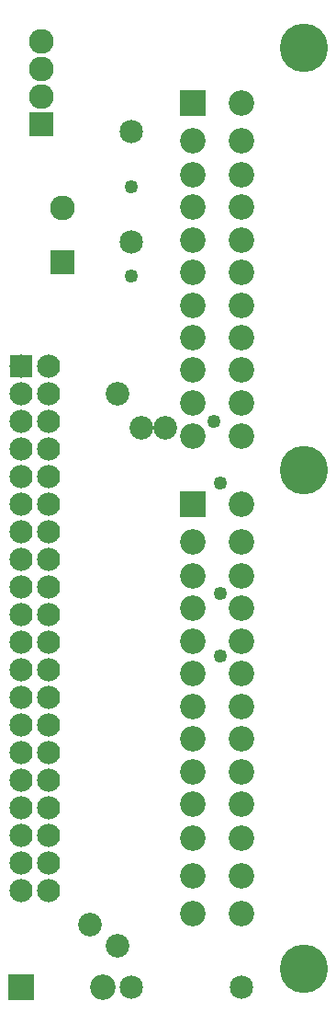
<source format=gts>
G04 MADE WITH FRITZING*
G04 WWW.FRITZING.ORG*
G04 DOUBLE SIDED*
G04 HOLES PLATED*
G04 CONTOUR ON CENTER OF CONTOUR VECTOR*
%ASAXBY*%
%FSLAX23Y23*%
%MOIN*%
%OFA0B0*%
%SFA1.0B1.0*%
%ADD10C,0.085433*%
%ADD11C,0.049370*%
%ADD12C,0.085000*%
%ADD13C,0.092000*%
%ADD14C,0.090000*%
%ADD15C,0.084000*%
%ADD16C,0.092672*%
%ADD17C,0.175354*%
%ADD18R,0.092000X0.092000*%
%ADD19R,0.090000X0.090000*%
%ADD20R,0.084000X0.084000*%
%ADD21R,0.001000X0.001000*%
%LNMASK1*%
G90*
G70*
G54D10*
X687Y2287D03*
G54D11*
X649Y2837D03*
G54D12*
X1049Y262D03*
X649Y262D03*
X649Y3362D03*
X649Y2962D03*
G54D13*
X249Y262D03*
X547Y262D03*
G54D10*
X774Y2287D03*
G54D14*
X324Y3387D03*
X324Y3487D03*
X324Y3587D03*
X324Y3687D03*
X399Y2887D03*
X399Y3083D03*
G54D15*
X349Y2512D03*
X349Y2412D03*
X349Y2312D03*
X349Y2212D03*
X349Y2112D03*
X349Y2012D03*
X349Y1912D03*
X349Y1812D03*
X349Y1712D03*
X349Y1612D03*
X349Y1512D03*
X349Y1412D03*
X349Y1312D03*
X349Y1212D03*
X349Y1112D03*
X349Y1012D03*
X349Y912D03*
X349Y812D03*
X349Y712D03*
X349Y612D03*
X249Y2512D03*
X249Y2412D03*
X249Y2312D03*
X249Y2212D03*
X249Y2112D03*
X249Y2012D03*
X249Y1912D03*
X249Y1812D03*
X249Y1712D03*
X249Y1612D03*
X249Y1512D03*
X249Y1412D03*
X249Y1312D03*
X249Y1212D03*
X249Y1112D03*
X249Y1012D03*
X249Y912D03*
X249Y812D03*
X249Y712D03*
X249Y612D03*
G54D16*
X1051Y3464D03*
X1051Y3327D03*
X874Y3327D03*
X1051Y3204D03*
X874Y3204D03*
X1051Y3086D03*
X874Y3086D03*
X1051Y2968D03*
X874Y2968D03*
X1051Y2850D03*
X874Y2850D03*
X1051Y2732D03*
X874Y2732D03*
X1051Y2614D03*
X874Y2614D03*
X1051Y2496D03*
X874Y2496D03*
X1051Y2377D03*
X874Y2377D03*
X1051Y2256D03*
X874Y2256D03*
X1051Y2012D03*
X1051Y1873D03*
X874Y1873D03*
X1051Y1752D03*
X874Y1752D03*
X1051Y1633D03*
X874Y1633D03*
X1051Y1515D03*
X874Y1515D03*
X1051Y1397D03*
X874Y1397D03*
X1051Y1279D03*
X874Y1279D03*
X1051Y1161D03*
X874Y1161D03*
X1051Y1042D03*
X874Y1042D03*
X1051Y925D03*
X874Y925D03*
X1051Y802D03*
X874Y802D03*
X1051Y665D03*
X874Y665D03*
X1051Y527D03*
X874Y527D03*
X874Y3464D03*
X874Y2012D03*
G54D17*
X1276Y3663D03*
X1276Y328D03*
X1276Y2133D03*
G54D10*
X599Y2412D03*
X599Y412D03*
X499Y487D03*
G54D11*
X974Y2087D03*
X949Y2312D03*
X649Y3162D03*
X974Y1687D03*
X974Y1462D03*
G54D18*
X248Y262D03*
G54D19*
X324Y3387D03*
X399Y2887D03*
G54D20*
X249Y2512D03*
G54D21*
X827Y3510D02*
X919Y3510D01*
X827Y3509D02*
X919Y3509D01*
X827Y3508D02*
X919Y3508D01*
X827Y3507D02*
X919Y3507D01*
X827Y3506D02*
X919Y3506D01*
X827Y3505D02*
X919Y3505D01*
X827Y3504D02*
X919Y3504D01*
X827Y3503D02*
X919Y3503D01*
X827Y3502D02*
X919Y3502D01*
X827Y3501D02*
X919Y3501D01*
X827Y3500D02*
X919Y3500D01*
X827Y3499D02*
X919Y3499D01*
X827Y3498D02*
X919Y3498D01*
X827Y3497D02*
X919Y3497D01*
X827Y3496D02*
X919Y3496D01*
X827Y3495D02*
X919Y3495D01*
X827Y3494D02*
X919Y3494D01*
X827Y3493D02*
X919Y3493D01*
X827Y3492D02*
X919Y3492D01*
X827Y3491D02*
X919Y3491D01*
X827Y3490D02*
X919Y3490D01*
X827Y3489D02*
X919Y3489D01*
X827Y3488D02*
X919Y3488D01*
X827Y3487D02*
X919Y3487D01*
X827Y3486D02*
X919Y3486D01*
X827Y3485D02*
X919Y3485D01*
X827Y3484D02*
X919Y3484D01*
X827Y3483D02*
X919Y3483D01*
X827Y3482D02*
X919Y3482D01*
X827Y3481D02*
X867Y3481D01*
X879Y3481D02*
X919Y3481D01*
X827Y3480D02*
X865Y3480D01*
X881Y3480D02*
X919Y3480D01*
X827Y3479D02*
X863Y3479D01*
X883Y3479D02*
X919Y3479D01*
X827Y3478D02*
X862Y3478D01*
X885Y3478D02*
X919Y3478D01*
X827Y3477D02*
X861Y3477D01*
X886Y3477D02*
X919Y3477D01*
X827Y3476D02*
X860Y3476D01*
X887Y3476D02*
X919Y3476D01*
X827Y3475D02*
X859Y3475D01*
X888Y3475D02*
X919Y3475D01*
X827Y3474D02*
X858Y3474D01*
X888Y3474D02*
X919Y3474D01*
X827Y3473D02*
X858Y3473D01*
X889Y3473D02*
X919Y3473D01*
X827Y3472D02*
X857Y3472D01*
X889Y3472D02*
X919Y3472D01*
X827Y3471D02*
X857Y3471D01*
X890Y3471D02*
X919Y3471D01*
X827Y3470D02*
X856Y3470D01*
X890Y3470D02*
X919Y3470D01*
X827Y3469D02*
X856Y3469D01*
X890Y3469D02*
X919Y3469D01*
X827Y3468D02*
X856Y3468D01*
X891Y3468D02*
X919Y3468D01*
X827Y3467D02*
X856Y3467D01*
X891Y3467D02*
X919Y3467D01*
X827Y3466D02*
X856Y3466D01*
X891Y3466D02*
X919Y3466D01*
X827Y3465D02*
X856Y3465D01*
X891Y3465D02*
X919Y3465D01*
X827Y3464D02*
X856Y3464D01*
X891Y3464D02*
X919Y3464D01*
X827Y3463D02*
X856Y3463D01*
X891Y3463D02*
X919Y3463D01*
X827Y3462D02*
X856Y3462D01*
X891Y3462D02*
X919Y3462D01*
X827Y3461D02*
X856Y3461D01*
X891Y3461D02*
X919Y3461D01*
X827Y3460D02*
X856Y3460D01*
X890Y3460D02*
X919Y3460D01*
X827Y3459D02*
X856Y3459D01*
X890Y3459D02*
X919Y3459D01*
X827Y3458D02*
X857Y3458D01*
X890Y3458D02*
X919Y3458D01*
X827Y3457D02*
X857Y3457D01*
X889Y3457D02*
X919Y3457D01*
X827Y3456D02*
X858Y3456D01*
X889Y3456D02*
X919Y3456D01*
X827Y3455D02*
X858Y3455D01*
X888Y3455D02*
X919Y3455D01*
X827Y3454D02*
X859Y3454D01*
X887Y3454D02*
X919Y3454D01*
X827Y3453D02*
X860Y3453D01*
X886Y3453D02*
X919Y3453D01*
X827Y3452D02*
X861Y3452D01*
X885Y3452D02*
X919Y3452D01*
X827Y3451D02*
X862Y3451D01*
X884Y3451D02*
X919Y3451D01*
X827Y3450D02*
X864Y3450D01*
X883Y3450D02*
X919Y3450D01*
X827Y3449D02*
X865Y3449D01*
X881Y3449D02*
X919Y3449D01*
X827Y3448D02*
X868Y3448D01*
X878Y3448D02*
X919Y3448D01*
X827Y3447D02*
X919Y3447D01*
X827Y3446D02*
X919Y3446D01*
X827Y3445D02*
X919Y3445D01*
X827Y3444D02*
X919Y3444D01*
X827Y3443D02*
X919Y3443D01*
X827Y3442D02*
X919Y3442D01*
X827Y3441D02*
X919Y3441D01*
X827Y3440D02*
X919Y3440D01*
X827Y3439D02*
X919Y3439D01*
X827Y3438D02*
X919Y3438D01*
X827Y3437D02*
X919Y3437D01*
X827Y3436D02*
X919Y3436D01*
X827Y3435D02*
X919Y3435D01*
X827Y3434D02*
X919Y3434D01*
X827Y3433D02*
X919Y3433D01*
X827Y3432D02*
X919Y3432D01*
X827Y3431D02*
X919Y3431D01*
X827Y3430D02*
X919Y3430D01*
X827Y3429D02*
X919Y3429D01*
X827Y3428D02*
X919Y3428D01*
X827Y3427D02*
X919Y3427D01*
X827Y3426D02*
X919Y3426D01*
X827Y3425D02*
X919Y3425D01*
X827Y3424D02*
X919Y3424D01*
X827Y3423D02*
X919Y3423D01*
X827Y3422D02*
X919Y3422D01*
X827Y3421D02*
X919Y3421D01*
X827Y3420D02*
X919Y3420D01*
X827Y3419D02*
X919Y3419D01*
X827Y2058D02*
X919Y2058D01*
X827Y2057D02*
X919Y2057D01*
X827Y2056D02*
X919Y2056D01*
X827Y2055D02*
X919Y2055D01*
X827Y2054D02*
X919Y2054D01*
X827Y2053D02*
X919Y2053D01*
X827Y2052D02*
X919Y2052D01*
X827Y2051D02*
X919Y2051D01*
X827Y2050D02*
X919Y2050D01*
X827Y2049D02*
X919Y2049D01*
X827Y2048D02*
X919Y2048D01*
X827Y2047D02*
X919Y2047D01*
X827Y2046D02*
X919Y2046D01*
X827Y2045D02*
X919Y2045D01*
X827Y2044D02*
X919Y2044D01*
X827Y2043D02*
X919Y2043D01*
X827Y2042D02*
X919Y2042D01*
X827Y2041D02*
X919Y2041D01*
X827Y2040D02*
X919Y2040D01*
X827Y2039D02*
X919Y2039D01*
X827Y2038D02*
X919Y2038D01*
X827Y2037D02*
X919Y2037D01*
X827Y2036D02*
X919Y2036D01*
X827Y2035D02*
X919Y2035D01*
X827Y2034D02*
X919Y2034D01*
X827Y2033D02*
X919Y2033D01*
X827Y2032D02*
X919Y2032D01*
X827Y2031D02*
X919Y2031D01*
X827Y2030D02*
X919Y2030D01*
X827Y2029D02*
X869Y2029D01*
X877Y2029D02*
X919Y2029D01*
X827Y2028D02*
X866Y2028D01*
X880Y2028D02*
X919Y2028D01*
X827Y2027D02*
X864Y2027D01*
X882Y2027D02*
X919Y2027D01*
X827Y2026D02*
X863Y2026D01*
X884Y2026D02*
X919Y2026D01*
X827Y2025D02*
X861Y2025D01*
X885Y2025D02*
X919Y2025D01*
X827Y2024D02*
X860Y2024D01*
X886Y2024D02*
X919Y2024D01*
X827Y2023D02*
X859Y2023D01*
X887Y2023D02*
X919Y2023D01*
X827Y2022D02*
X859Y2022D01*
X888Y2022D02*
X919Y2022D01*
X827Y2021D02*
X858Y2021D01*
X888Y2021D02*
X919Y2021D01*
X827Y2020D02*
X857Y2020D01*
X889Y2020D02*
X919Y2020D01*
X827Y2019D02*
X857Y2019D01*
X890Y2019D02*
X919Y2019D01*
X827Y2018D02*
X857Y2018D01*
X890Y2018D02*
X919Y2018D01*
X827Y2017D02*
X856Y2017D01*
X890Y2017D02*
X919Y2017D01*
X827Y2016D02*
X856Y2016D01*
X890Y2016D02*
X919Y2016D01*
X827Y2015D02*
X856Y2015D01*
X891Y2015D02*
X919Y2015D01*
X827Y2014D02*
X856Y2014D01*
X891Y2014D02*
X919Y2014D01*
X827Y2013D02*
X856Y2013D01*
X891Y2013D02*
X919Y2013D01*
X827Y2012D02*
X856Y2012D01*
X891Y2012D02*
X919Y2012D01*
X827Y2011D02*
X856Y2011D01*
X891Y2011D02*
X919Y2011D01*
X827Y2010D02*
X856Y2010D01*
X891Y2010D02*
X919Y2010D01*
X827Y2009D02*
X856Y2009D01*
X891Y2009D02*
X919Y2009D01*
X827Y2008D02*
X856Y2008D01*
X890Y2008D02*
X919Y2008D01*
X827Y2007D02*
X856Y2007D01*
X890Y2007D02*
X919Y2007D01*
X827Y2006D02*
X857Y2006D01*
X890Y2006D02*
X919Y2006D01*
X827Y2005D02*
X857Y2005D01*
X889Y2005D02*
X919Y2005D01*
X827Y2004D02*
X858Y2004D01*
X889Y2004D02*
X919Y2004D01*
X827Y2003D02*
X858Y2003D01*
X888Y2003D02*
X919Y2003D01*
X827Y2002D02*
X859Y2002D01*
X888Y2002D02*
X919Y2002D01*
X827Y2001D02*
X860Y2001D01*
X887Y2001D02*
X919Y2001D01*
X827Y2000D02*
X861Y2000D01*
X886Y2000D02*
X919Y2000D01*
X827Y1999D02*
X862Y1999D01*
X885Y1999D02*
X919Y1999D01*
X827Y1998D02*
X863Y1998D01*
X884Y1998D02*
X919Y1998D01*
X827Y1997D02*
X864Y1997D01*
X882Y1997D02*
X919Y1997D01*
X827Y1996D02*
X867Y1996D01*
X880Y1996D02*
X919Y1996D01*
X827Y1995D02*
X872Y1995D01*
X875Y1995D02*
X919Y1995D01*
X827Y1994D02*
X919Y1994D01*
X827Y1993D02*
X919Y1993D01*
X827Y1992D02*
X919Y1992D01*
X827Y1991D02*
X919Y1991D01*
X827Y1990D02*
X919Y1990D01*
X827Y1989D02*
X919Y1989D01*
X827Y1988D02*
X919Y1988D01*
X827Y1987D02*
X919Y1987D01*
X827Y1986D02*
X919Y1986D01*
X827Y1985D02*
X919Y1985D01*
X827Y1984D02*
X919Y1984D01*
X827Y1983D02*
X919Y1983D01*
X827Y1982D02*
X919Y1982D01*
X827Y1981D02*
X919Y1981D01*
X827Y1980D02*
X919Y1980D01*
X827Y1979D02*
X919Y1979D01*
X827Y1978D02*
X919Y1978D01*
X827Y1977D02*
X919Y1977D01*
X827Y1976D02*
X919Y1976D01*
X827Y1975D02*
X919Y1975D01*
X827Y1974D02*
X919Y1974D01*
X827Y1973D02*
X919Y1973D01*
X827Y1972D02*
X919Y1972D01*
X827Y1971D02*
X919Y1971D01*
X827Y1970D02*
X919Y1970D01*
X827Y1969D02*
X919Y1969D01*
X827Y1968D02*
X919Y1968D01*
X827Y1967D02*
X919Y1967D01*
X828Y1966D02*
X919Y1966D01*
D02*
G04 End of Mask1*
M02*
</source>
